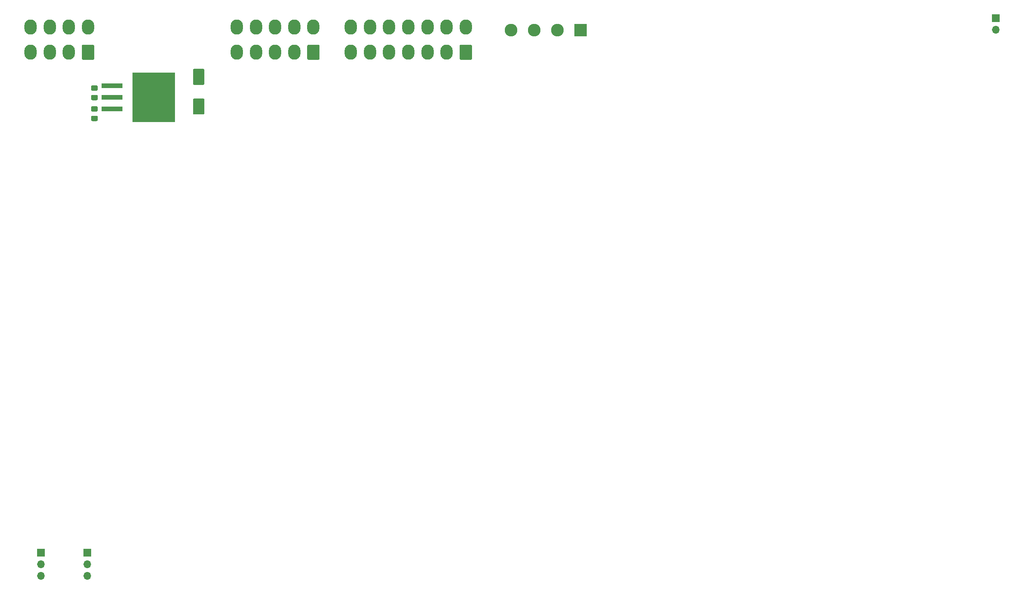
<source format=gbr>
%TF.GenerationSoftware,KiCad,Pcbnew,(5.1.10)-1*%
%TF.CreationDate,2021-06-29T11:34:31+10:00*%
%TF.ProjectId,psu-board,7073752d-626f-4617-9264-2e6b69636164,rev?*%
%TF.SameCoordinates,Original*%
%TF.FileFunction,Soldermask,Top*%
%TF.FilePolarity,Negative*%
%FSLAX46Y46*%
G04 Gerber Fmt 4.6, Leading zero omitted, Abs format (unit mm)*
G04 Created by KiCad (PCBNEW (5.1.10)-1) date 2021-06-29 11:34:31*
%MOMM*%
%LPD*%
G01*
G04 APERTURE LIST*
%ADD10O,1.700000X1.700000*%
%ADD11R,1.700000X1.700000*%
%ADD12R,9.400000X10.800000*%
%ADD13R,4.600000X1.100000*%
%ADD14O,2.700000X3.300000*%
%ADD15C,2.780000*%
%ADD16R,2.780000X2.780000*%
G04 APERTURE END LIST*
%TO.C,C3*%
G36*
G01*
X50022000Y116689000D02*
X48022000Y116689000D01*
G75*
G02*
X47772000Y116939000I0J250000D01*
G01*
X47772000Y119939000D01*
G75*
G02*
X48022000Y120189000I250000J0D01*
G01*
X50022000Y120189000D01*
G75*
G02*
X50272000Y119939000I0J-250000D01*
G01*
X50272000Y116939000D01*
G75*
G02*
X50022000Y116689000I-250000J0D01*
G01*
G37*
G36*
G01*
X50022000Y110189000D02*
X48022000Y110189000D01*
G75*
G02*
X47772000Y110439000I0J250000D01*
G01*
X47772000Y113439000D01*
G75*
G02*
X48022000Y113689000I250000J0D01*
G01*
X50022000Y113689000D01*
G75*
G02*
X50272000Y113439000I0J-250000D01*
G01*
X50272000Y110439000D01*
G75*
G02*
X50022000Y110189000I-250000J0D01*
G01*
G37*
%TD*%
D10*
%TO.C,SW1*%
X14420000Y9017000D03*
X14420000Y11557000D03*
D11*
X14420000Y14097000D03*
%TD*%
D12*
%TO.C,U1*%
X39189000Y113919000D03*
D13*
X30039000Y111379000D03*
X30039000Y113919000D03*
X30039000Y116459000D03*
%TD*%
%TO.C,C2*%
G36*
G01*
X26637000Y110813000D02*
X25687000Y110813000D01*
G75*
G02*
X25437000Y111063000I0J250000D01*
G01*
X25437000Y111738000D01*
G75*
G02*
X25687000Y111988000I250000J0D01*
G01*
X26637000Y111988000D01*
G75*
G02*
X26887000Y111738000I0J-250000D01*
G01*
X26887000Y111063000D01*
G75*
G02*
X26637000Y110813000I-250000J0D01*
G01*
G37*
G36*
G01*
X26637000Y108738000D02*
X25687000Y108738000D01*
G75*
G02*
X25437000Y108988000I0J250000D01*
G01*
X25437000Y109663000D01*
G75*
G02*
X25687000Y109913000I250000J0D01*
G01*
X26637000Y109913000D01*
G75*
G02*
X26887000Y109663000I0J-250000D01*
G01*
X26887000Y108988000D01*
G75*
G02*
X26637000Y108738000I-250000J0D01*
G01*
G37*
%TD*%
%TO.C,C1*%
G36*
G01*
X25687000Y114485000D02*
X26637000Y114485000D01*
G75*
G02*
X26887000Y114235000I0J-250000D01*
G01*
X26887000Y113560000D01*
G75*
G02*
X26637000Y113310000I-250000J0D01*
G01*
X25687000Y113310000D01*
G75*
G02*
X25437000Y113560000I0J250000D01*
G01*
X25437000Y114235000D01*
G75*
G02*
X25687000Y114485000I250000J0D01*
G01*
G37*
G36*
G01*
X25687000Y116560000D02*
X26637000Y116560000D01*
G75*
G02*
X26887000Y116310000I0J-250000D01*
G01*
X26887000Y115635000D01*
G75*
G02*
X26637000Y115385000I-250000J0D01*
G01*
X25687000Y115385000D01*
G75*
G02*
X25437000Y115635000I0J250000D01*
G01*
X25437000Y116310000D01*
G75*
G02*
X25687000Y116560000I250000J0D01*
G01*
G37*
%TD*%
D14*
%TO.C,J1*%
X57368000Y129325000D03*
X61568000Y129325000D03*
X65768000Y129325000D03*
X69968000Y129325000D03*
X74168000Y129325000D03*
X57368000Y123825000D03*
X61568000Y123825000D03*
X65768000Y123825000D03*
X69968000Y123825000D03*
G36*
G01*
X75518000Y125224999D02*
X75518000Y122425001D01*
G75*
G02*
X75267999Y122175000I-250001J0D01*
G01*
X73068001Y122175000D01*
G75*
G02*
X72818000Y122425001I0J250001D01*
G01*
X72818000Y125224999D01*
G75*
G02*
X73068001Y125475000I250001J0D01*
G01*
X75267999Y125475000D01*
G75*
G02*
X75518000Y125224999I0J-250001D01*
G01*
G37*
%TD*%
%TO.C,J2*%
X12165000Y129325000D03*
X16365000Y129325000D03*
X20565000Y129325000D03*
X24765000Y129325000D03*
X12165000Y123825000D03*
X16365000Y123825000D03*
X20565000Y123825000D03*
G36*
G01*
X26115000Y125224999D02*
X26115000Y122425001D01*
G75*
G02*
X25864999Y122175000I-250001J0D01*
G01*
X23665001Y122175000D01*
G75*
G02*
X23415000Y122425001I0J250001D01*
G01*
X23415000Y125224999D01*
G75*
G02*
X23665001Y125475000I250001J0D01*
G01*
X25864999Y125475000D01*
G75*
G02*
X26115000Y125224999I0J-250001D01*
G01*
G37*
%TD*%
D11*
%TO.C,SW1*%
X24580000Y14097000D03*
D10*
X24580000Y11557000D03*
X24580000Y9017000D03*
%TD*%
D15*
%TO.C,J4*%
X117475000Y128651000D03*
X122555000Y128651000D03*
X127635000Y128651000D03*
D16*
X132715000Y128651000D03*
%TD*%
D10*
%TO.C,J3*%
X223774000Y128778000D03*
D11*
X223774000Y131318000D03*
%TD*%
D14*
%TO.C,J5*%
X82369000Y129325000D03*
X86569000Y129325000D03*
X90769000Y129325000D03*
X94969000Y129325000D03*
X99169000Y129325000D03*
X103369000Y129325000D03*
X107569000Y129325000D03*
X82369000Y123825000D03*
X86569000Y123825000D03*
X90769000Y123825000D03*
X94969000Y123825000D03*
X99169000Y123825000D03*
X103369000Y123825000D03*
G36*
G01*
X108919000Y125224999D02*
X108919000Y122425001D01*
G75*
G02*
X108668999Y122175000I-250001J0D01*
G01*
X106469001Y122175000D01*
G75*
G02*
X106219000Y122425001I0J250001D01*
G01*
X106219000Y125224999D01*
G75*
G02*
X106469001Y125475000I250001J0D01*
G01*
X108668999Y125475000D01*
G75*
G02*
X108919000Y125224999I0J-250001D01*
G01*
G37*
%TD*%
M02*

</source>
